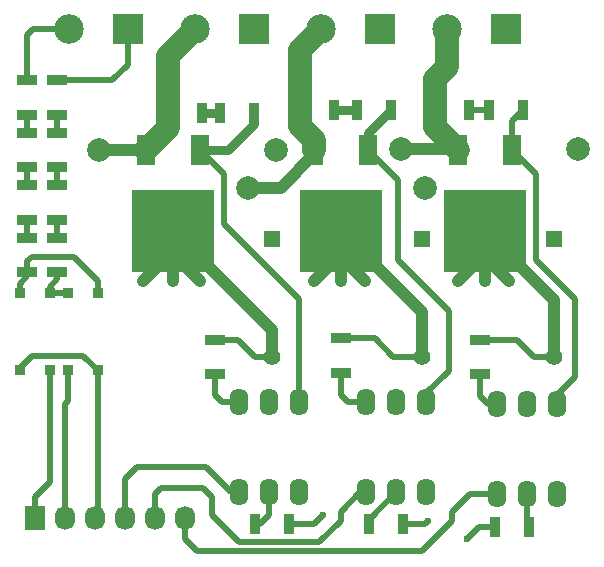
<source format=gbl>
G04 #@! TF.FileFunction,Copper,L2,Bot,Signal*
%FSLAX46Y46*%
G04 Gerber Fmt 4.6, Leading zero omitted, Abs format (unit mm)*
G04 Created by KiCad (PCBNEW 4.0.2-stable) date 3/20/2016 1:32:16 PM*
%MOMM*%
G01*
G04 APERTURE LIST*
%ADD10C,0.100000*%
%ADD11R,1.501140X2.499360*%
%ADD12R,7.000240X7.000240*%
%ADD13R,1.400000X1.400000*%
%ADD14C,1.400000*%
%ADD15R,2.500000X2.500000*%
%ADD16C,2.500000*%
%ADD17R,1.727200X2.032000*%
%ADD18O,1.727200X2.032000*%
%ADD19C,1.998980*%
%ADD20R,1.700000X0.900000*%
%ADD21R,0.900000X1.700000*%
%ADD22R,0.899160X0.899160*%
%ADD23O,1.600000X2.300000*%
%ADD24C,1.000000*%
%ADD25C,0.600000*%
%ADD26C,0.500000*%
%ADD27C,1.000000*%
%ADD28C,2.000000*%
%ADD29C,1.800000*%
%ADD30C,0.750000*%
G04 APERTURE END LIST*
D10*
D11*
X143172160Y-85054680D03*
X147723840Y-85054680D03*
D12*
X145448000Y-91953320D03*
D13*
X152306000Y-92568000D03*
D14*
X152306000Y-102568000D03*
D13*
X163482000Y-92568000D03*
D14*
X163482000Y-102568000D03*
D13*
X139606000Y-92568000D03*
D14*
X139606000Y-102568000D03*
D15*
X127414000Y-74788000D03*
D16*
X122414000Y-74788000D03*
D15*
X138082000Y-74788000D03*
D16*
X133082000Y-74788000D03*
D15*
X148750000Y-74788000D03*
D16*
X143750000Y-74788000D03*
D15*
X159418000Y-74788000D03*
D16*
X154418000Y-74788000D03*
D17*
X119540000Y-116190000D03*
D18*
X122080000Y-116190000D03*
X124620000Y-116190000D03*
X127160000Y-116190000D03*
X129700000Y-116190000D03*
X132240000Y-116190000D03*
D19*
X137574000Y-88250000D03*
X152574000Y-88250000D03*
X150528000Y-84948000D03*
X165528000Y-84948000D03*
X125001000Y-85075000D03*
X140001000Y-85075000D03*
D20*
X121445000Y-79180000D03*
X121445000Y-82080000D03*
X118905000Y-79180000D03*
X118905000Y-82080000D03*
X121445000Y-83625000D03*
X121445000Y-86525000D03*
X118905000Y-83625000D03*
X118905000Y-86525000D03*
D21*
X141966000Y-81646000D03*
X144866000Y-81646000D03*
X130790000Y-81900000D03*
X133690000Y-81900000D03*
X153396000Y-81646000D03*
X156296000Y-81646000D03*
D20*
X121445000Y-88070000D03*
X121445000Y-90970000D03*
X118905000Y-88070000D03*
X118905000Y-90970000D03*
D21*
X146792000Y-81646000D03*
X149692000Y-81646000D03*
X157968000Y-81646000D03*
X160868000Y-81646000D03*
X135235000Y-81900000D03*
X138135000Y-81900000D03*
D20*
X121445000Y-92515000D03*
X121445000Y-95415000D03*
X118905000Y-92515000D03*
X118905000Y-95415000D03*
X157259000Y-101151000D03*
X157259000Y-104051000D03*
X145448000Y-101024000D03*
X145448000Y-103924000D03*
X134780000Y-101151000D03*
X134780000Y-104051000D03*
D21*
X161376000Y-116952000D03*
X158476000Y-116952000D03*
X147808000Y-116698000D03*
X150708000Y-116698000D03*
X138156000Y-116698000D03*
X141056000Y-116698000D03*
D22*
X124874000Y-97190800D03*
X122334000Y-97190800D03*
X122334000Y-103693200D03*
X124874000Y-103693200D03*
X120810000Y-97190800D03*
X118270000Y-97190800D03*
X118270000Y-103693200D03*
X120810000Y-103693200D03*
D23*
X147607000Y-114031000D03*
X150147000Y-114031000D03*
X152687000Y-114031000D03*
X152687000Y-106411000D03*
X150147000Y-106411000D03*
X147607000Y-106411000D03*
X136812000Y-114031000D03*
X139352000Y-114031000D03*
X141892000Y-114031000D03*
X141892000Y-106411000D03*
X139352000Y-106411000D03*
X136812000Y-106411000D03*
X158656000Y-114158000D03*
X161196000Y-114158000D03*
X163736000Y-114158000D03*
X163736000Y-106538000D03*
X161196000Y-106538000D03*
X158656000Y-106538000D03*
D11*
X128948160Y-85054680D03*
X133499840Y-85054680D03*
D12*
X131224000Y-91953320D03*
D11*
X155364160Y-85054680D03*
X159915840Y-85054680D03*
D12*
X157640000Y-91953320D03*
D24*
X159672000Y-96124000D03*
X157640000Y-96124000D03*
X155354000Y-96124000D03*
X147480000Y-96124000D03*
X145448000Y-96124000D03*
X143162000Y-96124000D03*
X133510000Y-96124000D03*
X131224000Y-96124000D03*
X128684000Y-96124000D03*
D25*
X156116000Y-117968000D03*
X152814000Y-116444000D03*
X143924000Y-115936000D03*
D26*
X152574000Y-92300000D02*
X152306000Y-92568000D01*
D27*
X157640000Y-91953320D02*
X157640000Y-94092000D01*
X157640000Y-94092000D02*
X159672000Y-96124000D01*
X157640000Y-91953320D02*
X157640000Y-96124000D01*
X157640000Y-91953320D02*
X157640000Y-93838000D01*
X157640000Y-93838000D02*
X155354000Y-96124000D01*
X145448000Y-91953320D02*
X145448000Y-94092000D01*
X145448000Y-94092000D02*
X147480000Y-96124000D01*
X145448000Y-91953320D02*
X145448000Y-96124000D01*
X145448000Y-91953320D02*
X145448000Y-93838000D01*
X145448000Y-93838000D02*
X143162000Y-96124000D01*
X131224000Y-91953320D02*
X131224000Y-93838000D01*
X131224000Y-93838000D02*
X133510000Y-96124000D01*
X131224000Y-91953320D02*
X131224000Y-96124000D01*
X131224000Y-91953320D02*
X131224000Y-93584000D01*
X131224000Y-93584000D02*
X128684000Y-96124000D01*
D26*
X139606000Y-102568000D02*
X138176000Y-102568000D01*
X136759000Y-101151000D02*
X134780000Y-101151000D01*
X138176000Y-102568000D02*
X136759000Y-101151000D01*
X152306000Y-102568000D02*
X149860000Y-102568000D01*
X148316000Y-101024000D02*
X145448000Y-101024000D01*
X149860000Y-102568000D02*
X148316000Y-101024000D01*
X163482000Y-102568000D02*
X161798000Y-102568000D01*
X160381000Y-101151000D02*
X157259000Y-101151000D01*
X161798000Y-102568000D02*
X160381000Y-101151000D01*
D27*
X139606000Y-102568000D02*
X139606000Y-100335320D01*
X139606000Y-100335320D02*
X131224000Y-91953320D01*
X152306000Y-102568000D02*
X152306000Y-98811320D01*
X152306000Y-98811320D02*
X145448000Y-91953320D01*
X163482000Y-102568000D02*
X163482000Y-97795320D01*
X163482000Y-97795320D02*
X157640000Y-91953320D01*
D26*
X163482000Y-102568000D02*
X163068000Y-102568000D01*
X118905000Y-79180000D02*
X118905000Y-75296000D01*
X118905000Y-75296000D02*
X119413000Y-74788000D01*
X119413000Y-74788000D02*
X122414000Y-74788000D01*
X121445000Y-79180000D02*
X126070000Y-79180000D01*
X126070000Y-79180000D02*
X127414000Y-77836000D01*
X127414000Y-77836000D02*
X127414000Y-74788000D01*
D28*
X130790000Y-81900000D02*
X130790000Y-83212840D01*
X130790000Y-83212840D02*
X128948160Y-85054680D01*
X133082000Y-74788000D02*
X130790000Y-77080000D01*
X130790000Y-77080000D02*
X130790000Y-81900000D01*
D27*
X125001000Y-85075000D02*
X128927840Y-85075000D01*
X128927840Y-85075000D02*
X129054840Y-84948000D01*
D28*
X141966000Y-81646000D02*
X141966000Y-76572000D01*
X141966000Y-76572000D02*
X143750000Y-74788000D01*
X143172160Y-84259660D02*
X141966000Y-83053500D01*
X141966000Y-83053500D02*
X141966000Y-81646000D01*
X143172160Y-85054680D02*
X143172160Y-84259660D01*
D29*
X143172160Y-85054680D02*
X143172160Y-84630160D01*
D27*
X143172160Y-85054680D02*
X143172160Y-85445840D01*
X143172160Y-85445840D02*
X140368000Y-88250000D01*
X140368000Y-88250000D02*
X137574000Y-88250000D01*
D28*
X153396000Y-81646000D02*
X153396000Y-83086520D01*
X153396000Y-83086520D02*
X155364160Y-85054680D01*
X153396000Y-79032000D02*
X153396000Y-81646000D01*
X154418000Y-74788000D02*
X154418000Y-78010000D01*
X154418000Y-78010000D02*
X153396000Y-79032000D01*
D27*
X150528000Y-84948000D02*
X155257480Y-84948000D01*
X155257480Y-84948000D02*
X155364160Y-85054680D01*
D26*
X158656000Y-114158000D02*
X156370000Y-114158000D01*
X132240000Y-117968000D02*
X132240000Y-116190000D01*
X133256000Y-118984000D02*
X132240000Y-117968000D01*
X152306000Y-118984000D02*
X133256000Y-118984000D01*
X154846000Y-116444000D02*
X152306000Y-118984000D01*
X154846000Y-115682000D02*
X154846000Y-116444000D01*
X156370000Y-114158000D02*
X154846000Y-115682000D01*
X147607000Y-114031000D02*
X147099000Y-114031000D01*
X147099000Y-114031000D02*
X145448000Y-115682000D01*
X145448000Y-115682000D02*
X145448000Y-116444000D01*
X145448000Y-116444000D02*
X143608002Y-118283998D01*
X143608002Y-118283998D02*
X136873998Y-118283998D01*
X136873998Y-118283998D02*
X134526000Y-115936000D01*
X134526000Y-115936000D02*
X134526000Y-114412000D01*
X134526000Y-114412000D02*
X133764000Y-113650000D01*
X133764000Y-113650000D02*
X130208000Y-113650000D01*
X130208000Y-113650000D02*
X129700000Y-114158000D01*
X129700000Y-114158000D02*
X129700000Y-116190000D01*
X136812000Y-114031000D02*
X136177000Y-114031000D01*
X136177000Y-114031000D02*
X134018000Y-111872000D01*
X134018000Y-111872000D02*
X128176000Y-111872000D01*
X128176000Y-111872000D02*
X127160000Y-112888000D01*
X127160000Y-112888000D02*
X127160000Y-116190000D01*
X122080000Y-116190000D02*
X122080000Y-106538000D01*
X122334000Y-106284000D02*
X122334000Y-103693200D01*
X122080000Y-106538000D02*
X122334000Y-106284000D01*
X118270000Y-103693200D02*
X118270000Y-103490000D01*
X118270000Y-103490000D02*
X119286000Y-102474000D01*
X119286000Y-102474000D02*
X123654800Y-102474000D01*
X123654800Y-102474000D02*
X124874000Y-103693200D01*
X124874000Y-103693200D02*
X124874000Y-115936000D01*
X124874000Y-115936000D02*
X124620000Y-116190000D01*
X158476000Y-116952000D02*
X157132000Y-116952000D01*
X157132000Y-116952000D02*
X156116000Y-117968000D01*
X150708000Y-116698000D02*
X152560000Y-116698000D01*
X152560000Y-116698000D02*
X152814000Y-116444000D01*
X141056000Y-116698000D02*
X143162000Y-116698000D01*
X143162000Y-116698000D02*
X143924000Y-115936000D01*
X120810000Y-103693200D02*
X120810000Y-113142000D01*
X119540000Y-114412000D02*
X119540000Y-116190000D01*
X120810000Y-113142000D02*
X119540000Y-114412000D01*
X121445000Y-82080000D02*
X121445000Y-83625000D01*
X118905000Y-82080000D02*
X118905000Y-83625000D01*
X121445000Y-86525000D02*
X121445000Y-88070000D01*
X118905000Y-86525000D02*
X118905000Y-88070000D01*
D30*
X146792000Y-81646000D02*
X144866000Y-81646000D01*
X133690000Y-81900000D02*
X135235000Y-81900000D01*
D26*
X156296000Y-81646000D02*
X157968000Y-81646000D01*
X121445000Y-90970000D02*
X121445000Y-92515000D01*
X118905000Y-90970000D02*
X118905000Y-92515000D01*
D30*
X147723840Y-85054680D02*
X147723840Y-83614160D01*
X147723840Y-83614160D02*
X149692000Y-81646000D01*
D26*
X152687000Y-106411000D02*
X152687000Y-105649000D01*
X152687000Y-105649000D02*
X154592000Y-103744000D01*
X154592000Y-103744000D02*
X154592000Y-98664000D01*
X154592000Y-98664000D02*
X150274000Y-94346000D01*
X150274000Y-94346000D02*
X150274000Y-87604840D01*
X150274000Y-87604840D02*
X147723840Y-85054680D01*
X163736000Y-106538000D02*
X163736000Y-105776000D01*
X163736000Y-105776000D02*
X165260000Y-104252000D01*
X165260000Y-104252000D02*
X165260000Y-97648000D01*
X165260000Y-97648000D02*
X161958000Y-94346000D01*
X161958000Y-94346000D02*
X161958000Y-87096840D01*
X161958000Y-87096840D02*
X159915840Y-85054680D01*
X159915840Y-85054680D02*
X159915840Y-82598160D01*
X159915840Y-82598160D02*
X160868000Y-81646000D01*
X141892000Y-106411000D02*
X141892000Y-97648000D01*
X135542000Y-87096840D02*
X133499840Y-85054680D01*
X135542000Y-91298000D02*
X135542000Y-87096840D01*
X141892000Y-97648000D02*
X135542000Y-91298000D01*
D30*
X138135000Y-81900000D02*
X138135000Y-82863000D01*
X135943320Y-85054680D02*
X133499840Y-85054680D01*
X138135000Y-82863000D02*
X135943320Y-85054680D01*
D26*
X122334000Y-97190800D02*
X120810000Y-97190800D01*
X120810000Y-97190800D02*
X120810000Y-96632000D01*
X121445000Y-95997000D02*
X121445000Y-95415000D01*
X120810000Y-96632000D02*
X121445000Y-95997000D01*
X124874000Y-97190800D02*
X124874000Y-96632000D01*
X118905000Y-94473000D02*
X118905000Y-95415000D01*
X119286000Y-94092000D02*
X118905000Y-94473000D01*
X122842000Y-94092000D02*
X119286000Y-94092000D01*
X124874000Y-96124000D02*
X122842000Y-94092000D01*
X124874000Y-96632000D02*
X124874000Y-96124000D01*
X118905000Y-95415000D02*
X118905000Y-95743000D01*
X118905000Y-95743000D02*
X118270000Y-96378000D01*
X118270000Y-96378000D02*
X118270000Y-97190800D01*
X158656000Y-106538000D02*
X157894000Y-106538000D01*
X157894000Y-106538000D02*
X157259000Y-105903000D01*
X157259000Y-105903000D02*
X157259000Y-104051000D01*
X147607000Y-106411000D02*
X146083000Y-106411000D01*
X145448000Y-105776000D02*
X145448000Y-103924000D01*
X146083000Y-106411000D02*
X145448000Y-105776000D01*
X136812000Y-106411000D02*
X135415000Y-106411000D01*
X134780000Y-105776000D02*
X134780000Y-104051000D01*
X135415000Y-106411000D02*
X134780000Y-105776000D01*
X161196000Y-114158000D02*
X161196000Y-116772000D01*
X161196000Y-116772000D02*
X161376000Y-116952000D01*
X161122000Y-114232000D02*
X161196000Y-114158000D01*
X147808000Y-116698000D02*
X147808000Y-116370000D01*
X147808000Y-116370000D02*
X150147000Y-114031000D01*
X150200000Y-114084000D02*
X150147000Y-114031000D01*
X150200000Y-114084000D02*
X150147000Y-114031000D01*
X138156000Y-116698000D02*
X138590000Y-116698000D01*
X138590000Y-116698000D02*
X139352000Y-115936000D01*
X139352000Y-115936000D02*
X139352000Y-114031000D01*
X139278000Y-114105000D02*
X139352000Y-114031000D01*
X139278000Y-114105000D02*
X139352000Y-114031000D01*
M02*

</source>
